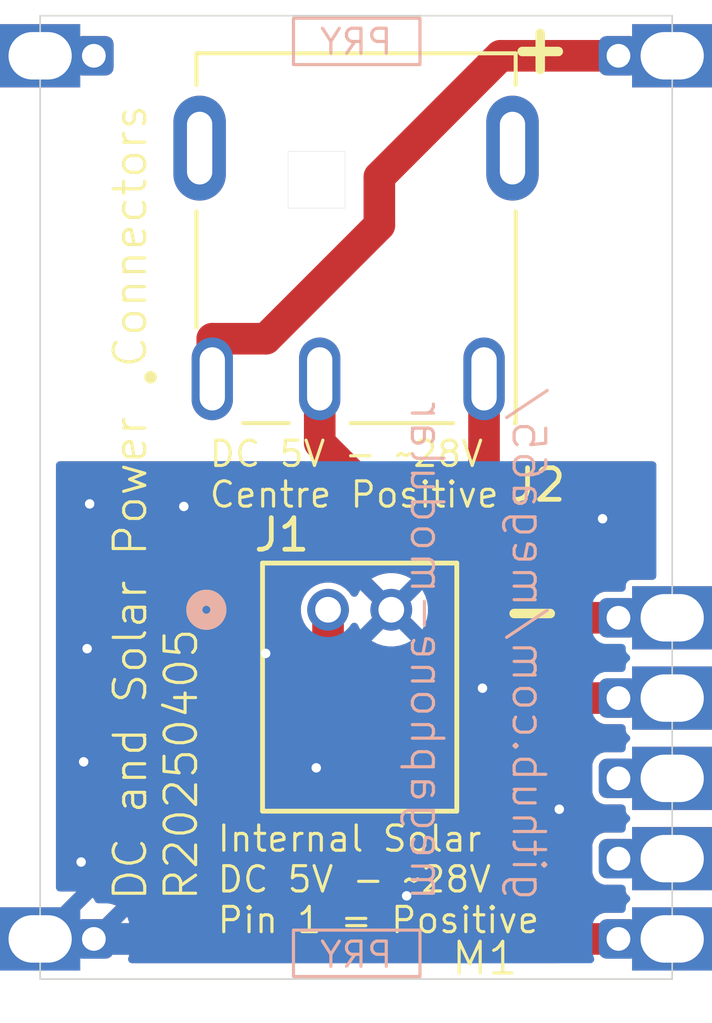
<source format=kicad_pcb>
(kicad_pcb (version 20241229) (generator "pcbnew") (generator_version "9.0")
  (layers (0 "F.Cu" signal) (2 "B.Cu" signal) (13 "F.Paste" user) (15 "B.Paste" user) (5 "F.SilkS" user "F.Silkscreen") (7 "B.SilkS" user "B.Silkscreen") (1 "F.Mask" user) (3 "B.Mask" user) (25 "Edge.Cuts" user))
  (net 0 "")
  (net 4 "INTERNAL_SOLAR_+")
  (net 5 "GND")
  (net 6 "DIRTY_DC_+")
  (net 7 "DIRTY_DC_-")
  (net 8 "DIRTY_DC_-_SENSE")
  (footprint "MegaCastle:CONN_S2B-PH-K-S_JST" (layer "F.Cu") (at 63.084 47.979)
    (property "Reference" "J1" (at -1.464 -2.369 0) (layer "F.SilkS"))
    (property "Value" "S2B-PH-K-SLFSN")
    (fp_line (start -2.0734 -1.477) (end -2.0734 6.3716) (stroke (width 0.1524)) (layer "F.SilkS"))
    (fp_line (start -2.0734 6.3716) (end 4.0734 6.3716) (stroke (width 0.1524)) (layer "F.SilkS"))
    (fp_line (start 4.0734 -1.477) (end -2.0734 -1.477) (stroke (width 0.1524)) (layer "F.SilkS"))
    (fp_line (start 4.0734 6.3716) (end 4.0734 -1.477) (stroke (width 0.1524)) (layer "F.SilkS"))
    (fp_circle (center -3.8514 0) (end -3.4704 0) (stroke (width 0.508)) (fill no) (layer "F.SilkS"))
    (fp_circle (center -3.8514 0) (end -3.4704 0) (stroke (width 0.508)) (fill no) (layer "B.SilkS"))
    (pad "1" thru_hole circle (at 0 0) (size 1.3208 1.3208) (drill 0.8128) (layers "*.Cu" "*.Mask") (net 4 "INTERNAL_SOLAR_+"))
    (pad "2" thru_hole circle (at 2.000001 0) (size 1.3208 1.3208) (drill 0.8128) (layers "*.Cu" "*.Mask") (net 5 "GND"))
  )
  (footprint "MegaCastle:MegaCastle2x12-Module-I20.0x25.7-M80181F-SPAREPAD" (layer "F.Cu") (at 63.973 44.423)
    (property "Reference" "M1" (at 4.067 14.587 0) (layer "F.SilkS") (effects (font (thickness 0.1))))
    (property "Value" "~")
    (fp_rect (start -1.984241 -13.691) (end 2.019516 -15.16) (stroke (width 0.1)) (fill no) (layer "B.SilkS"))
    (fp_rect (start -1.984241 13.691) (end 2.019516 15.16) (stroke (width 0.1)) (fill no) (layer "B.SilkS"))
    (fp_line (start -10 -15.24) (end -10 15.24) (stroke (width 0.05)) (layer "Edge.Cuts"))
    (fp_line (start -10 -15.24) (end 10 -15.24) (stroke (width 0.05)) (layer "Edge.Cuts"))
    (fp_line (start -10 15.24) (end 10 15.24) (stroke (width 0.05)) (layer "Edge.Cuts"))
    (fp_line (start 10 -15.24) (end 10 15.24) (stroke (width 0.05)) (layer "Edge.Cuts"))
    (fp_text user "PRY" (at 0 -13.94 0) (layer "B.SilkS") (effects (font (size 0.8 0.8) (thickness 0.1)) (justify bottom mirror)))
    (fp_text user "PRY" (at 0 14.94 0) (layer "B.SilkS") (effects (font (size 0.8 0.8) (thickness 0.1)) (justify bottom mirror)))
    (pad "1" thru_hole rect (at -10 -13.97) (size 2.54 2) (drill oval 2 1.5) (property pad_prop_castellated) (layers "*.Cu" "*.Mask"))
    (pad "1" thru_hole roundrect (at -8.3 -13.97 180) (size 1.25 1.25) (drill 0.75) (layers "*.Cu" "*.Mask") (roundrect_rratio 0.2))
    (pad "12" thru_hole rect (at -10 13.97) (size 2.54 2) (drill oval 2 1.5) (property pad_prop_castellated) (layers "*.Cu" "*.Mask") (net 5 "GND"))
    (pad "12" thru_hole roundrect (at -8.3 13.97 180) (size 1.25 1.25) (drill 0.75) (layers "*.Cu" "*.Mask") (roundrect_rratio 0.2) (net 5 "GND"))
    (pad "13" thru_hole roundrect (at 8.3 -13.97 180) (size 1.25 1.25) (drill 0.75) (layers "*.Cu" "*.Mask") (roundrect_rratio 0.2) (net 6 "DIRTY_DC_+"))
    (pad "13" thru_hole rect (at 10 -13.97) (size 2.54 2) (drill oval 2 1.5) (property pad_prop_castellated) (layers "*.Cu" "*.Mask") (net 6 "DIRTY_DC_+"))
    (pad "20" thru_hole roundrect (at 8.3 3.81 180) (size 1.25 1.25) (drill 0.75) (layers "*.Cu" "*.Mask") (roundrect_rratio 0.2) (net 7 "DIRTY_DC_-"))
    (pad "20" thru_hole rect (at 10 3.81) (size 2.54 2) (drill oval 2 1.5) (property pad_prop_castellated) (layers "*.Cu" "*.Mask") (net 7 "DIRTY_DC_-"))
    (pad "21" thru_hole roundrect (at 8.3 6.35 180) (size 1.25 1.25) (drill 0.75) (layers "*.Cu" "*.Mask") (roundrect_rratio 0.2) (net 8 "DIRTY_DC_-_SENSE"))
    (pad "21" thru_hole rect (at 10 6.35) (size 2.54 2) (drill oval 2 1.5) (property pad_prop_castellated) (layers "*.Cu" "*.Mask") (net 8 "DIRTY_DC_-_SENSE"))
    (pad "22" thru_hole roundrect (at 8.3 8.89 180) (size 1.25 1.25) (drill 0.75) (layers "*.Cu" "*.Mask") (roundrect_rratio 0.2))
    (pad "22" thru_hole rect (at 10 8.89) (size 2.54 2) (drill oval 2 1.5) (property pad_prop_castellated) (layers "*.Cu" "*.Mask"))
    (pad "23" thru_hole roundrect (at 8.3 11.43 180) (size 1.25 1.25) (drill 0.75) (layers "*.Cu" "*.Mask") (roundrect_rratio 0.2))
    (pad "23" thru_hole rect (at 10 11.43) (size 2.54 2) (drill oval 2 1.5) (property pad_prop_castellated) (layers "*.Cu" "*.Mask"))
    (pad "24" thru_hole roundrect (at 8.3 13.97 180) (size 1.25 1.25) (drill 0.75) (layers "*.Cu" "*.Mask") (roundrect_rratio 0.2) (net 4 "INTERNAL_SOLAR_+"))
    (pad "24" thru_hole rect (at 10 13.97) (size 2.54 2) (drill oval 2 1.5) (property pad_prop_castellated) (layers "*.Cu" "*.Mask") (net 4 "INTERNAL_SOLAR_+"))
  )
  (footprint "MegaCastle:TENSILITY_54-00127" (layer "F.Cu") (at 63.97 33.374 180)
    (property "Reference" "J2" (at -5.76 -10.656 180) (layer "F.SilkS"))
    (property "Value" "54-00127")
    (fp_line (start 5.05 3) (end 5.05 2) (stroke (width 0.127)) (layer "F.SilkS"))
    (fp_line (start 5.05 3) (end -5.05 3) (stroke (width 0.127)) (layer "F.SilkS"))
    (fp_line (start 5.05 -5.672) (end 5.05 -2) (stroke (width 0.127)) (layer "F.SilkS"))
    (fp_line (start 2.124 -8.7) (end 3.576 -8.7) (stroke (width 0.127)) (layer "F.SilkS"))
    (fp_line (start -3.076 -8.7) (end 0.176 -8.7) (stroke (width 0.127)) (layer "F.SilkS"))
    (fp_line (start -5.05 3) (end -5.05 2) (stroke (width 0.127)) (layer "F.SilkS"))
    (fp_line (start -5.05 -2) (end -5.05 -8.7) (stroke (width 0.127)) (layer "F.SilkS"))
    (fp_line (start -5.05 -8.7) (end -5.024 -8.7) (stroke (width 0.127)) (layer "F.SilkS"))
    (fp_circle (center 6.5 -7.25) (end 6.6 -7.25) (stroke (width 0.2)) (fill no) (layer "F.SilkS"))
    (fp_line (start 2.15 -0.1) (end 0.35 -0.1) (stroke (width 0.01)) (layer "Edge.Cuts"))
    (fp_line (start 2.15 -1.9) (end 2.15 -0.1) (stroke (width 0.01)) (layer "Edge.Cuts"))
    (fp_line (start 0.35 -0.1) (end 0.35 -1.9) (stroke (width 0.01)) (layer "Edge.Cuts"))
    (fp_line (start 0.35 -1.9) (end 2.15 -1.9) (stroke (width 0.01)) (layer "Edge.Cuts"))
    (pad "A" thru_hole oval (at 4.55 -7.3 180) (size 1.308 2.616) (drill oval 0.8 2) (layers "*.Cu" "*.Mask") (net 6 "DIRTY_DC_+"))
    (pad "B" thru_hole oval (at -4.05 -7.3 180) (size 1.308 2.616) (drill oval 0.8 2) (layers "*.Cu" "*.Mask") (net 7 "DIRTY_DC_-"))
    (pad "C" thru_hole oval (at 1.15 -7.3 180) (size 1.308 2.616) (drill oval 0.8 2) (layers "*.Cu" "*.Mask") (net 8 "DIRTY_DC_-_SENSE"))
    (pad "SH1" thru_hole oval (at -4.95 0 180) (size 1.66 3.32) (drill oval 0.8 2.3) (layers "*.Cu" "*.Mask"))
    (pad "SH2" thru_hole oval (at 4.95 0 180) (size 1.66 3.32) (drill oval 0.8 2.3) (layers "*.Cu" "*.Mask"))
  )
  (gr_text "-" (at 68.418 48.868 0) (layer "F.SilkS") (effects (font (size 1.5 1.5) (thickness 0.3) (bold yes)) (justify left bottom)))
  (gr_text "DC and Solar Power  Connectors\nR20250405" (at 59.02 57.25 90) (layer "F.SilkS") (effects (font (size 1 1) (thickness 0.1)) (justify left bottom)))
  (gr_text "+" (at 68.672 31.088 0) (layer "F.SilkS") (effects (font (size 1.5 1.5) (thickness 0.3) (bold yes)) (justify left bottom)))
  (gr_text "DC 5V - ~28V\nCentre Positive" (at 59.274 44.804 0) (layer "F.SilkS") (effects (font (size 0.8 0.8) (thickness 0.1)) (justify left bottom)))
  (gr_text "Internal Solar\nDC 5V - ~28V\nPin 1 = Positive\n" (at 59.528 58.266 0) (layer "F.SilkS") (effects (font (size 0.8 0.8) (thickness 0.1)) (justify left bottom)))
  (gr_text "github.com/mega65/\n\nmegaphone-modular" (at 65.624 57.25 -90) (layer "B.SilkS") (effects (font (size 1 1) (thickness 0.1)) (justify left bottom mirror)))
  (segment (start 70.893 58.393) (end 72.023 58.393) (width 1) (layer "F.Cu") (net 4))
  (segment (start 63.084 50.584) (end 70.893 58.393) (width 1) (layer "F.Cu") (net 4))
  (segment (start 63.084 47.979) (end 63.084 50.584) (width 1) (layer "F.Cu") (net 4))
  (segment (start 55.923 58.393) (end 59.147 58.393) (width 1) (layer "F.Cu") (net 5))
  (segment (start 59.147 58.393) (end 59.274 58.266) (width 1) (layer "F.Cu") (net 5))
  (via (at 65.57 57.03) (size 0.6) (drill 0.3) (layers "F.Cu" "B.Cu") (net 5))
  (via (at 62.71 52.98) (size 0.6) (drill 0.3) (layers "F.Cu" "B.Cu") (net 5))
  (via (at 70.4 54.29) (size 0.6) (drill 0.3) (layers "F.Cu" "B.Cu") (net 5))
  (via (at 55.35 52.79) (size 0.6) (drill 0.3) (layers "F.Cu" "B.Cu") (net 5))
  (via (at 55.54 44.63) (size 0.6) (drill 0.3) (layers "F.Cu" "B.Cu") (net 5))
  (via (at 71.77 45.1) (size 0.6) (drill 0.3) (layers "F.Cu" "B.Cu") (net 5))
  (via (at 58.52 44.71) (size 0.6) (drill 0.3) (layers "F.Cu" "B.Cu") (net 5))
  (via (at 67.97 50.46) (size 0.6) (drill 0.3) (layers "F.Cu" "B.Cu") (net 5))
  (via (at 55.46 49.21) (size 0.6) (drill 0.3) (layers "F.Cu" "B.Cu") (net 5))
  (via (at 61.11 49.36) (size 0.6) (drill 0.3) (layers "F.Cu" "B.Cu") (net 5))
  (via (at 55.27 55.96) (size 0.6) (drill 0.3) (layers "F.Cu" "B.Cu") (net 5))
  (segment (start 55.923 58.393) (end 58.893 58.393) (width 1) (layer "B.Cu") (net 5))
  (segment (start 58.893 58.393) (end 59.274 58.012) (width 1) (layer "B.Cu") (net 5))
  (segment (start 64.707 35.815) (end 64.707 34.283) (width 1) (layer "F.Cu") (net 6))
  (segment (start 64.707 34.283) (end 68.537 30.453) (width 1) (layer "F.Cu") (net 6))
  (segment (start 61.118 39.404) (end 64.707 35.815) (width 1) (layer "F.Cu") (net 6))
  (segment (start 59.42 39.404) (end 61.118 39.404) (width 1) (layer "F.Cu") (net 6))
  (segment (start 68.537 30.453) (end 72.023 30.453) (width 1) (layer "F.Cu") (net 6))
  (segment (start 59.42 40.674) (end 59.42 39.404) (width 1) (layer "F.Cu") (net 6))
  (segment (start 71.103 48.233) (end 72.023 48.233) (width 1) (layer "F.Cu") (net 7))
  (segment (start 68.02 40.674) (end 68.02 45.15) (width 1) (layer "F.Cu") (net 7))
  (segment (start 68.02 45.15) (end 71.103 48.233) (width 1) (layer "F.Cu") (net 7))
  (segment (start 70.893 50.773) (end 72.023 50.773) (width 1) (layer "F.Cu") (net 8))
  (segment (start 62.82 40.674) (end 62.82 42.7) (width 1) (layer "F.Cu") (net 8))
  (segment (start 62.82 42.7) (end 70.893 50.773) (width 1) (layer "F.Cu") (net 8))
  (zone (net 5) (net_name "GND") (layers "F.Cu" "B.Cu") (connect_pads (clearance 0.2)) (min_thickness 0.25) (fill yes (thermal_gap 0.5) (thermal_bridge_width 0.5))
    (polygon (pts (xy 53.94 43.28) (xy 53.94 61.06) (xy 74.26 61.06) (xy 74.26 43.28)))
  )
)
</source>
